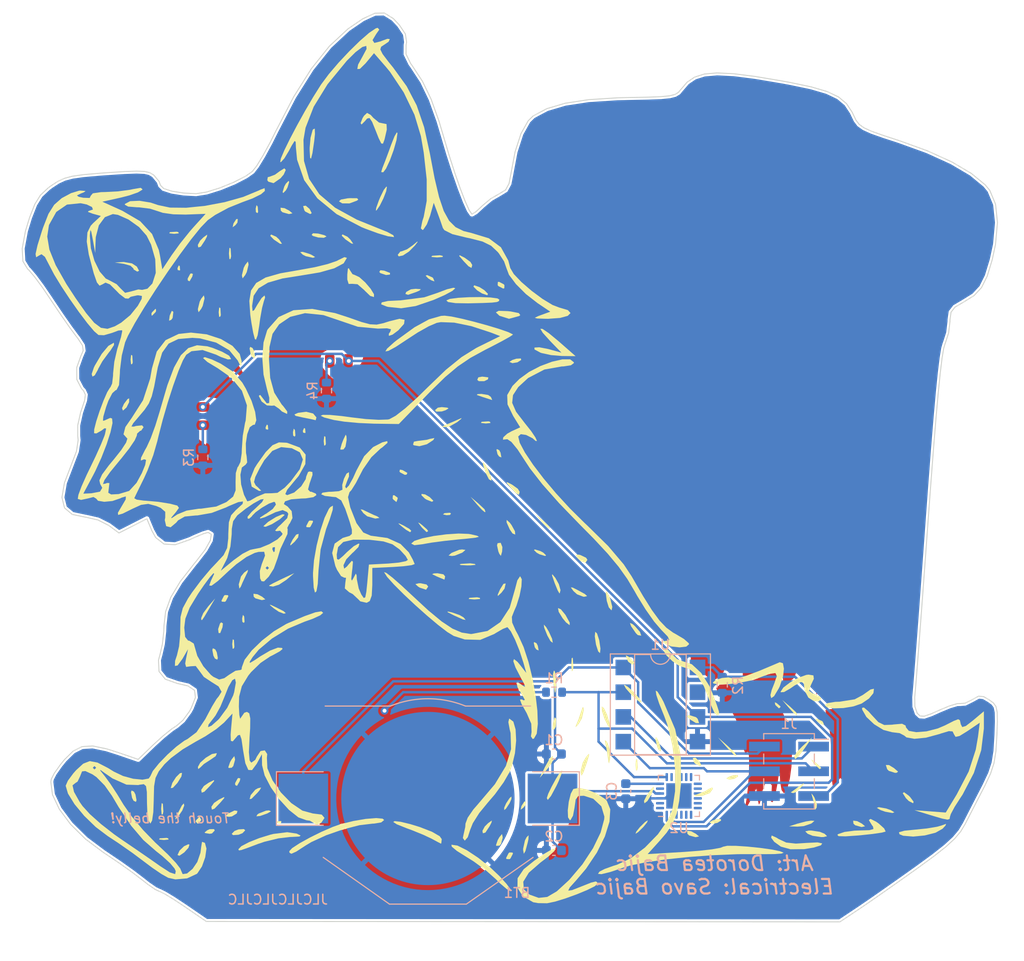
<source format=kicad_pcb>
(kicad_pcb (version 20241229) (generator "pcbnew") (generator_version "9.0")
  (title_block (date "2022-03-20") (rev "1.0"))
  (layers (0 "F.Cu" signal) (2 "B.Cu" signal) (13 "F.Paste" user) (15 "B.Paste" user) (5 "F.SilkS" user "F.Silkscreen") (7 "B.SilkS" user "B.Silkscreen") (1 "F.Mask" user) (3 "B.Mask" user) (25 "Edge.Cuts" user))
  (net 0 "")
  (net 1 "VCC")
  (net 2 "GND")
  (net 3 "/V_{REF}")
  (net 4 "Net-(D1-K)")
  (net 5 "/LED")
  (net 6 "Net-(D2-K)")
  (net 7 "/MISO")
  (net 8 "/SENSE")
  (net 9 "/MOSI")
  (net 10 "/RESET")
  (net 11 "/PAD")
  (footprint "Diode_SMD:D_0805_2012Metric" (layer "F.Cu") (at 98.298 79.3265 90)
    (property "Reference" "D1")
    (property "Value" "RED")
  )
  (footprint "raccoon-art:outline" (layer "F.Cu") (at 129.794 81.534)
    (property "Reference" "G***" (hide yes))
    (property "Value" "LOGO" (hide yes))
    (fp_poly (pts (xy -11.928932 -43.048743) (xy -11.306227 -42.383493) (xy -10.693586 -41.465687) (xy -10.570003 -40.632504) (xy -10.620479 -40.324536) (xy -10.626537 -39.398593) (xy -10.15035 -38.431164) (xy -9.981605 -38.197103) (xy -8.939117 -36.605582) (xy -8.052938 -34.771667) (xy -7.244273 -32.517844) (xy -6.806653 -31.04438) (xy -6.242215 -29.132137) (xy -5.650789 -27.290939) (xy -5.075091 -25.637435) (xy -4.55784 -24.288276) (xy -4.141753 -23.360109) (xy -3.869547 -22.969586) (xy -3.847736 -22.964383) (xy -3.463275 -23.193731) (xy -2.861956 -23.751357) (xy -2.809844 -23.80627) (xy -1.92684 -24.546972) (xy -1.053473 -25.048063) (xy -0.407665 -25.443992) (xy -0.052273 -26.0963) (xy 0.126043 -27.009677) (xy 0.56896 -29.357361) (xy 1.175712 -31.231084) (xy 1.914695 -32.54759) (xy 2.415392 -33.040393) (xy 3.830996 -33.795526) (xy 5.707391 -34.350566) (xy 8.109457 -34.718003) (xy 11.102076 -34.910328) (xy 12.273375 -34.938166) (xy 14.195927 -34.974266) (xy 15.543494 -35.026503) (xy 16.436975 -35.113864) (xy 16.99727 -35.255335) (xy 17.345279 -35.469903) (xy 17.600661 -35.774782) (xy 18.236003 -36.513746) (xy 19.011035 -37.038489) (xy 20.010984 -37.354543) (xy 21.321076 -37.467443) (xy 23.026536 -37.382719) (xy 25.212593 -37.105907) (xy 27.964471 -36.642539) (xy 28.748888 -36.498559) (xy 30.971943 -36.034951) (xy 32.613805 -35.553817) (xy 33.788015 -34.997546) (xy 34.608114 -34.308528) (xy 35.187645 -33.429152) (xy 35.309627 -33.169693) (xy 35.584276 -32.605242) (xy 35.909679 -32.179116) (xy 36.410946 -31.820642) (xy 37.213187 -31.459145) (xy 38.441513 -31.023952) (xy 40.018724 -30.509564) (xy 42.929984 -29.45647) (xy 45.424432 -28.31986) (xy 47.423315 -27.143028) (xy 48.847882 -25.969269) (xy 49.321233 -25.395543) (xy 49.911889 -23.97739) (xy 50.107822 -22.089682) (xy 49.905422 -19.838449) (xy 49.564494 -18.25324) (xy 49.052706 -16.576869) (xy 48.473679 -15.415158) (xy 47.705828 -14.589001) (xy 46.627563 -13.919294) (xy 46.619569 -13.915212) (xy 45.744509 -13.401099) (xy 45.341292 -12.882009) (xy 45.232681 -12.102051) (xy 45.230733 -11.910052) (xy 45.089922 -10.746131) (xy 44.751653 -9.699362) (xy 44.729001 -9.654616) (xy 44.583332 -9.155896) (xy 44.419767 -8.167346) (xy 44.235382 -6.658481) (xy 44.027254 -4.598817) (xy 43.792458 -1.957869) (xy 43.528071 1.294847) (xy 43.231168 5.189815) (xy 42.993491 8.438535) (xy 42.745389 11.859064) (xy 42.5079 15.096436) (xy 42.286487 18.078741) (xy 42.086612 20.734065) (xy 41.913738 22.990498) (xy 41.773327 24.776127) (xy 41.670841 26.019042) (xy 41.611742 26.64733) (xy 41.608258 26.674853) (xy 41.624325 27.623603) (xy 41.867145 28.324202) (xy 42.163144 28.602326) (xy 42.58315 28.62914) (xy 43.307881 28.379342) (xy 44.135848 28.006549) (xy 45.181522 27.571548) (xy 45.980612 27.333719) (xy 46.300678 27.32851) (xy 46.777277 27.290955) (xy 47.484693 26.940197) (xy 48.160737 26.570816) (xy 48.689671 26.617314) (xy 49.267748 26.955708) (xy 49.70084 27.274574) (xy 49.959821 27.643266) (xy 50.080104 28.225578) (xy 50.097107 29.185301) (xy 50.050625 30.576406) (xy 49.949304 32.214788) (xy 49.753928 33.440196) (xy 49.395968 34.535078) (xy 48.806896 35.781883) (xy 48.770497 35.852599) (xy 48.040178 37.270825) (xy 47.299682 38.713355) (xy 46.783901 39.721829) (xy 46.329557 40.478139) (xy 45.708305 41.218952) (xy 44.814071 42.042289) (xy 43.540784 43.046169) (xy 41.8545 44.277071) (xy 40.192532 45.458805) (xy 38.548585 46.616125) (xy 37.093773 47.629303) (xy 35.999208 48.378609) (xy 35.843001 48.483324) (xy 33.933947 49.756164) (xy 1.396425 49.735904) (xy -31.141096 49.715644) (xy -33.397951 48.170151) (xy -34.502399 47.439758) (xy -35.397442 46.895557) (xy -35.921662 46.634477) (xy -35.971705 46.624658) (xy -36.400338 46.419898) (xy -37.156273 45.89495) (xy -37.716219 45.45552) (xy -38.707999 44.69674) (xy -40.033181 43.752858) (xy -41.434276 42.806347) (xy -41.683125 42.644306) (xy -43.536619 41.257622) (xy -45.079286 39.73331) (xy -46.237289 38.175441) (xy -46.936795 36.688084) (xy -47.103969 35.37531) (xy -47.051627 35.077394) (xy -46.749106 34.48823) (xy -46.138694 33.625479) (xy -45.692831 33.076709) (xy -44.809268 32.209248) (xy -43.899589 31.751857) (xy -42.803556 31.683852) (xy -41.360929 31.984551) (xy -40.172431 32.364148) (xy -38.13455 33.065281) (xy -36.551522 31.534505) (xy -35.581279 30.652049) (xy -34.689603 29.934303) (xy -34.186753 29.603929) (xy -33.545906 29.050418) (xy -32.8816 28.145256) (xy -32.687387 27.797468) (xy -32.255485 26.697893) (xy -32.347314 25.972873) (xy -33.021549 25.518291) (xy -34.115265 25.263726) (xy -35.350726 24.828836) (xy -35.998619 24.022681) (xy -36.049802 22.860888) (xy -35.881849 22.243694) (xy -35.645002 21.205501) (xy -35.503457 19.894195) (xy -35.48622 19.346024) (xy -35.319915 17.880633) (xy -34.785538 16.406822) (xy -33.819244 14.796293) (xy -32.357185 12.92075) (xy -32.191752 12.725965) (xy -31.253894 11.509324) (xy -30.721748 10.556007) (xy -30.626781 9.942102) (xy -30.957815 9.742466) (xy -31.448492 9.884485) (xy -32.313209 10.245382) (xy -32.828609 10.486845) (xy -34.327342 11.009957) (xy -35.486477 10.939542) (xy -36.344252 10.266459) (xy -36.737432 9.552244) (xy -37.242706 8.342954) (xy -38.674911 9.073611) (xy -40.107116 9.804267) (xy -41.156474 9.028443) (xy -42.272793 8.464439) (xy -43.527728 8.178382) (xy -43.572091 8.17553) (xy -44.902206 7.89804) (xy -45.697351 7.231689) (xy -45.963726 6.154881) (xy -45.707531 4.646017) (xy -45.066602 2.969969) (xy -44.474971 1.416581) (xy -44.297803 0.259091) (xy -44.34133 -0.152542) (xy -44.344429 -1.24878) (xy -44.044792 -2.594183) (xy -43.964839 -2.829276) (xy -43.633838 -3.822965) (xy -43.559558 -4.403112) (xy -43.741272 -4.80269) (xy -43.95794 -5.037783) (xy -44.439194 -5.9718) (xy -44.448448 -7.184662) (xy -44.035553 -8.342045) (xy -43.781525 -8.935907) (xy -43.853794 -9.456079) (xy -44.312545 -10.162434) (xy -44.519033 -10.429717) (xy -45.162813 -11.302119) (xy -46.022098 -12.532857) (xy -46.938263 -13.893502) (xy -47.182794 -14.265753) (xy -48.018712 -15.49436) (xy -48.783941 -16.528032) (xy -49.353608 -17.201299) (xy -49.495205 -17.330004) (xy -49.973021 -18.114688) (xy -50.043927 -19.42618) (xy -49.709367 -21.227807) (xy -49.287729 -22.607703) (xy -48.752078 -23.974312) (xy -48.175452 -24.903606) (xy -47.389959 -25.642491) (xy -47.059777 -25.884173) (xy -46.380846 -26.325466) (xy -45.715318 -26.63527) (xy -44.90246 -26.851088) (xy -43.781537 -27.010418) (xy -42.191815 -27.150764) (xy -41.372081 -27.211176) (xy -39.558524 -27.330651) (xy -38.305132 -27.377274) (xy -37.479227 -27.343275) (xy -36.948133 -27.220887) (xy -36.579175 -27.002341) (xy -36.489545 -26.925299) (xy -35.988341 -26.318207) (xy -35.838356 -25.913517) (xy -35.518738 -25.592385) (xy -34.673152 -25.316164) (xy -33.471504 -25.124663) (xy -32.184931 -25.057495) (xy -31.129742 -25.222667) (xy -29.747656 -25.652009) (xy -28.302054 -26.241134) (xy -27.056319 -26.885657) (xy -26.405622 -27.348013) (xy -25.957431 -27.927541) (xy -25.316327 -28.978293) (xy -24.576716 -30.337687) (xy -24.001123 -31.489041) (xy -22.166817 -35.013706) (xy -20.348746 -37.901843) (xy -18.503011 -40.210212) (xy -16.585717 -41.995572) (xy -15.082805 -43.020577) (xy -13.834828 -43.598791) (xy -12.848576 -43.619151)) (stroke (width 0.1)) (fill no) (layer "Edge.Cuts"))
  )
  (footprint "raccoon-art:copper" (layer "F.Cu") (at 129.794 81.534)
    (property "Reference" "G***" (hide yes))
    (property "Value" "LOGO" (hide yes))
  )
  (footprint "Diode_SMD:D_0805_2012Metric" (layer "F.Cu") (at 112.268 73.66)
    (property "Reference" "D2")
    (property "Value" "RED")
  )
  (footprint "raccoon-art:copper openings" (layer "F.Cu") (at 129.794 81.534)
    (property "Reference" "G***" (hide yes))
    (property "Value" "LOGO" (hide yes))
  )
  (footprint "raccoon-art:silkscreen" (layer "F.Cu") (at 129.794 81.534)
    (property "Reference" "G***" (hide yes))
    (property "Value" "LOGO" (hide yes))
  )
  (footprint "raccoon-art:tummy" (layer "F.Cu") (at 129.794 81.534)
    (property "Reference" "TP1")
    (property "Value" "TUMMY" (hide yes))
  )
  (footprint "Package_DFN_QFN:QFN-24-1EP_4x4mm_P0.5mm_EP2.6x2.6mm" (layer "B.Cu") (at 147.189906 118.353512)
    (property "Reference" "U2")
    (property "Value" "ATtiny1617-M")
  )
  (footprint "Package_DIP:DIP-8_W7.62mm_SMDSocket_SmallPads" (layer "B.Cu") (at 145.288 108.966 180)
    (property "Reference" "U1")
    (property "Value" "ATtiny85-20P")
  )
  (footprint "Resistor_SMD:R_0603_1608Metric" (layer "B.Cu") (at 151.638 106.934 -90)
    (property "Reference" "R2")
    (property "Value" "10k")
  )
  (footprint "Connector_PinHeader_2.54mm:PinHeader_2x03_P2.54mm_Vertical_SMD" (layer "B.Cu") (at 158.496 115.824 180)
    (property "Reference" "J1")
    (property "Value" "AVR-ISP-6")
  )
  (footprint "Resistor_SMD:R_0603_1608Metric" (layer "B.Cu") (at 98.298 83.566 -90)
    (property "Reference" "R3")
    (property "Value" "330")
  )
  (footprint "Capacitor_SMD:C_0603_1608Metric" (layer "B.Cu") (at 134.353 123.952 180)
    (property "Reference" "C2")
    (property "Value" "100n")
  )
  (footprint "Capacitor_SMD:C_0603_1608Metric" (layer "B.Cu") (at 141.732 117.869 -90)
    (property "Reference" "C3")
    (property "Value" "100n")
  )
  (footprint "Resistor_SMD:R_0603_1608Metric" (layer "B.Cu") (at 110.998 76.708 -90)
    (property "Reference" "R4")
    (property "Value" "330")
  )
  (footprint "Resistor_SMD:R_0603_1608Metric" (layer "B.Cu") (at 134.366 107.696 180)
    (property "Reference" "R1")
    (property "Value" "10k")
  )
  (footprint "Capacitor_SMD:C_0603_1608Metric" (layer "B.Cu") (at 134.353 114.046 180)
    (property "Reference" "C1")
    (property "Value" "1u")
  )
  (footprint "Battery:BatteryHolder_Keystone_3002_1x2032" (layer "B.Cu") (at 121.412 118.618 180)
    (property "Reference" "BT1")
    (property "Value" "CR2032")
  )
  (gr_text "Touch the belly!" (at 94.996 120.65 0) (layer "B.SilkS") (effects (font (size 1 1) (thickness 0.15) (italic yes)) (justify mirror)))
  (gr_text "Art: Dorotea Bajic\nElectrical: Savo Bajic" (at 150.876 126.492 0) (layer "B.SilkS") (effects (font (size 1.5 1.5) (thickness 0.225) (italic yes)) (justify mirror)))
  (gr_text "JLCJLCJLCJLC" (at 106 129 0) (layer "B.SilkS") (effects (font (size 1 1)) (justify mirror)))
  (segment (start 117.85048 106.57952) (end 134.46648 106.57952) (width 0.25) (layer "B.Cu") (net 1))
  (segment (start 143 106.678) (end 141.478 105.156) (width 0.25) (layer "B.Cu") (net 1))
  (segment (start 134.46648 113.38448) (end 134.46648 106.57952) (width 0.25) (layer "B.Cu") (net 1))
  (segment (start 134.212 118.618) (end 134.96148 117.86852) (width 0.25) (layer "B.Cu") (net 1))
  (segment (start 135.128 114.046) (end 134.46648 113.38448) (width 0.25) (layer "B.Cu") (net 1))
  (segment (start 135.89 105.156) (end 141.478 105.156) (width 0.25) (layer "B.Cu") (net 1))
  (segment (start 134.212 114.962) (end 134.212 118.618) (width 0.25) (layer "B.Cu") (net 1))
  (segment (start 144.557586 117.86852) (end 144.792578 118.103512) (width 0.25) (layer "B.Cu") (net 1))
  (segment (start 155.255 114) (end 148.25 114) (width 0.25) (layer "B.Cu") (net 1))
  (segment (start 143 108.75) (end 143 106.678) (width 0.25) (layer "B.Cu") (net 1))
  (segment (start 108.612 118.618) (end 108.612 115.818) (width 0.25) (layer "B.Cu") (net 1))
  (segment (start 148.25 114) (end 143 108.75) (width 0.25) (layer "B.Cu") (net 1))
  (segment (start 108.612 115.818) (end 117.85048 106.57952) (width 0.25) (layer "B.Cu") (net 1))
  (segment (start 134.96148 117.86852) (end 144.557586 117.86852) (width 0.25) (layer "B.Cu") (net 1))
  (segment (start 144.792578 118.103512) (end 145.252406 118.103512) (width 0.25) (layer "B.Cu") (net 1))
  (segment (start 135.128 114.046) (end 134.212 114.962) (width 0.25) (layer "B.Cu") (net 1))
  (segment (start 155.971 113.284) (end 155.255 114) (width 0.25) (layer "B.Cu") (net 1))
  (segment (start 134.46648 106.57952) (end 135.89 105.156) (width 0.25) (layer "B.Cu") (net 1))
  (segment (start 135.128 123.952) (end 134.212 123.036) (width 0.25) (layer "B.Cu") (net 1))
  (segment (start 134.212 123.036) (end 134.212 118.618) (width 0.25) (layer "B.Cu") (net 1))
  (segment (start 141.741512 117.103512) (end 141.732 117.094) (width 0.25) (layer "B.Cu") (net 3))
  (segment (start 145.252406 117.103512) (end 141.741512 117.103512) (width 0.25) (layer "B.Cu") (net 3))
  (via (at 98.298 80.264) (size 0.8) (drill 0.4) (layers "F.Cu" "B.Cu") (net 4))
  (segment (start 98.298 82.741) (end 98.298 80.264) (width 0.25) (layer "B.Cu") (net 4))
  (segment (start 113.2055 73.66) (end 113.284 73.66) (width 0.25) (layer "F.Cu") (net 5))
  (via (at 113.284 73.66) (size 0.8) (drill 0.4) (layers "F.Cu" "B.Cu") (net 5))
  (via (at 98.298 78.389) (size 0.8) (drill 0.4) (layers "F.Cu" "B.Cu") (net 5))
  (segment (start 113.284 73.66) (end 112.559489 72.935489) (width 0.25) (layer "B.Cu") (net 5))
  (segment (start 154.5 117) (end 162.569022 117) (width 0.25) (layer "B.Cu") (net 5))
  (segment (start 160.736 110.236) (end 149.098 110.236) (width 0.25) (layer "B.Cu") (net 5))
  (segment (start 116.332 73.66) (end 147.066 104.394) (width 0.25) (layer "B.Cu") (net 5))
  (segment (start 103.751511 72.935489) (end 98.298 78.389) (width 0.25) (layer "B.Cu") (net 5))
  (segment (start 146.5309 121.477552) (end 150.022448 121.477552) (width 0.25) (layer "B.Cu") (net 5))
  (segment (start 112.559489 72.935489) (end 103.751511 72.935489) (width 0.25) (layer "B.Cu") (net 5))
  (segment (start 147.066 108.204) (end 149.098 110.236) (width 0.25) (layer "B.Cu") (net 5))
  (segment (start 162.920511 112.420511) (end 160.736 110.236) (width 0.25) (layer "B.Cu") (net 5))
  (segment (start 150.022448 121.477552) (end 154.5 117) (width 0.25) (layer "B.Cu") (net 5))
  (segment (start 162.920511 116.648511) (end 162.920511 112.420511) (width 0.25) (layer "B.Cu") (net 5))
  (segment (start 162.569022 117) (end 162.920511 116.648511) (width 0.25) (layer "B.Cu") (net 5))
  (segment (start 147.066 104.394) (end 147.066 108.204) (width 0.25) (layer "B.Cu") (net 5))
  (segment (start 145.939906 120.886558) (end 146.5309 121.477552) (width 0.25) (layer "B.Cu") (net 5))
  (segment (start 145.939906 120.291012) (end 145.939906 120.886558) (width 0.25) (layer "B.Cu") (net 5))
  (segment (start 113.284 73.66) (end 116.332 73.66) (width 0.25) (layer "B.Cu") (net 5))
  (via (at 111.3305 73.66) (size 0.8) (drill 0.4) (layers "F.Cu" "B.Cu") (net 6))
  (segment (start 110.998 75.883) (end 110.998 73.9925) (width 0.25) (layer "B.Cu") (net 6))
  (segment (start 110.998 73.9925) (end 111.3305 73.66) (width 0.25) (layer "B.Cu") (net 6))
  (segment (start 146.5 114.5) (end 159.805 114.5) (width 0.25) (layer "B.Cu") (net 7))
  (segment (start 159.805 114.5) (end 161.021 113.284) (width 0.25) (layer "B.Cu") (net 7))
  (segment (start 141.478 110.236) (end 142.236 110.236) (width 0.25) (layer "B.Cu") (net 7))
  (segment (start 142.236 110.236) (end 146.5 114.5) (width 0.25) (layer "B.Cu") (net 7))
  (segment (start 142.389022 111.438) (end 145.950511 114.999489) (width 0.25) (layer "B.Cu") (net 8))
  (segment (start 135.191 107.696) (end 138.938 107.696) (width 0.25) (layer "B.Cu") (net 8))
  (segment (start 142.578012 116.416012) (end 138.938 112.776) (width 0.25) (layer "B.Cu") (net 8))
  (segment (start 138.938 111.438) (end 138.938 107.696) (width 0.25) (layer "B.Cu") (net 8))
  (segment (start 138.938 107.696) (end 141.478 107.696) (width 0.25) (layer "B.Cu") (net 8))
  (segment (start 145.939906 116.416012) (end 142.578012 116.416012) (width 0.25) (layer "B.Cu") (net 8))
  (segment (start 138.938 111.438) (end 142.389022 111.438) (width 0.25) (layer "B.Cu") (net 8))
  (segment (start 160.196489 114.999489) (end 161.021 115.824) (width 0.25) (layer "B.Cu") (net 8))
  (segment (start 145.950511 114.999489) (end 160.196489 114.999489) (width 0.25) (layer "B.Cu") (net 8))
  (segment (start 138.938 112.776) (end 138.938 111.438) (width 0.25) (layer "B.Cu") (net 8))
  (segment (start 141.478 112.776) (end 144.202 115.5) (width 0.25) (layer "B.Cu") (net 9))
  (segment (start 146.439906 120.75084) (end 146.439906 120.291012) (width 0.25) (layer "B.Cu") (net 9))
  (segment (start 144.202 115.5) (end 149.75 115.5) (width 0.25) (layer "B.Cu") (net 9))
  (segment (start 149.721968 121.028032) (end 146.717098 121.028032) (width 0.25) (layer "B.Cu") (net 9))
  (segment (start 155.971 115.824) (end 154.926 115.824) (width 0.25) (layer "B.Cu") (net 9))
  (segment (start 150.074 115.824) (end 155.971 115.824) (width 0.25) (layer "B.Cu") (net 9))
  (segment (start 149.75 115.5) (end 150.074 115.824) (width 0.25) (layer "B.Cu") (net 9))
  (segment (start 146.717098 121.028032) (end 146.439906 120.75084) (width 0.25) (layer "B.Cu") (net 9))
  (segment (start 154.926 115.824) (end 149.721968 121.028032) (width 0.25) (layer "B.Cu") (net 9))
  (segment (start 150.685 105.156) (end 151.638 106.109) (width 0.25) (layer "B.Cu") (net 10))
  (segment (start 162.096 118.364) (end 163.5 116.96) (width 0.25) (layer "B.Cu") (net 10))
  (segment (start 163.5 116.96) (end 163.5 110.5) (width 0.25) (layer "B.Cu") (net 10))
  (segment (start 159.109 106.109) (end 151.638 106.109) (width 0.25) (layer "B.Cu") (net 10))
  (segment (start 161.021 118.364) (end 162.096 118.364) (width 0.25) (layer "B.Cu") (net 10))
  (segment (start 149.098 105.156) (end 150.685 105.156) (width 0.25) (layer "B.Cu") (net 10))
  (segment (start 163.5 110.5) (end 159.109 106.109) (width 0.25) (layer "B.Cu") (net 10))
  (via (at 116.958157 109.598315) (size 0.8) (drill 0.4) (layers "F.Cu" "B.Cu") (net 11))
  (segment (start 117.094 109.474) (end 118.872 107.696) (width 0.25) (layer "B.Cu") (net 11))
  (segment (start 117.094 109.474) (end 117.082472 109.474) (width 0.25) (layer "B.Cu") (net 11))
  (segment (start 117.082472 109.474) (end 116.958157 109.598315) (width 0.25) (layer "B.Cu") (net 11))
  (segment (start 118.872 107.696) (end 133.541 107.696) (width 0.25) (layer "B.Cu") (net 11))
  (zone (net 2) (net_name "GND") (layer "B.Cu") (connect_pads (clearance 0.254)) (min_thickness 0.127) (fill yes (thermal_gap 0.508) (thermal_bridge_width 0.508))
    (polygon (pts (xy 120.396 38.354) (xy 120.904 42.164) (xy 125.984 55.626) (xy 128.524 53.594) (xy 131.572 46.736) (xy 144.526 44.704) (xy 149.098 42.418) (xy 163.322 44.196) (xy 169.164 49.276) (xy 181.61 55.626) (xy 180.594 66.04) (xy 176.53 69.596) (xy 173.482 107.442) (xy 180.848 106.426) (xy 182.626 114.046) (xy 177.038 124.968) (xy 164.084 132.588) (xy 98.298 132.334) (xy 83.312 121.666) (xy 81.28 120.142) (xy 81.026 117.094) (xy 82.296 113.538) (xy 86.106 111.76) (xy 91.948 112.268) (xy 94.234 108.458) (xy 92.456 106.172) (xy 92.456 101.854) (xy 93.726 96.52) (xy 94.742 93.726) (xy 92.202 92.964) (xy 89.154 92.202) (xy 84.328 91.948) (xy 82.042 90.678) (xy 81.788 85.598) (xy 83.312 79.248) (xy 83.566 72.898) (xy 77.47 64.262) (xy 78.486 57.404) (xy 82.804 53.34) (xy 93.472 52.324) (xy 95.758 54.864) (xy 99.314 54.356) (xy 103.378 51.308) (xy 111.252 38.1) (xy 116.586 36.576)))
  )
)
</source>
